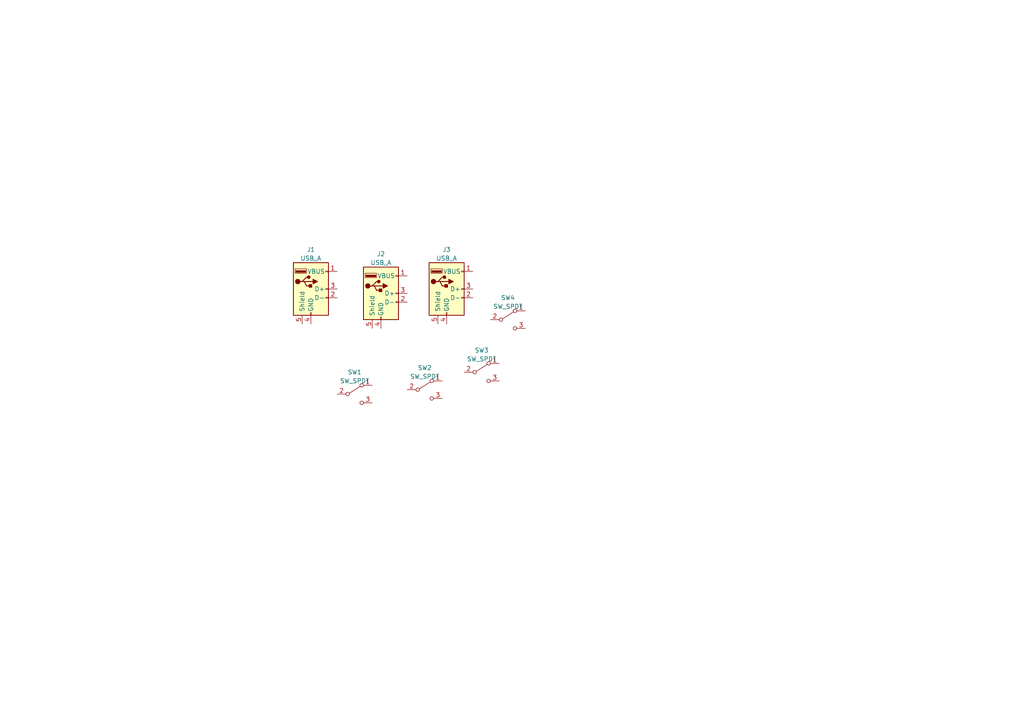
<source format=kicad_sch>
(kicad_sch (version 20230121) (generator eeschema)
  (paper "A4")
  (lib_symbols
    (symbol "Connector:USB_A" (pin_names (offset 1.016))
      (property "Reference" "J" (at -5.08 11.43 0))
      (property "Value" "USB_A" (at -5.08 8.89 0))
      (symbol "USB_A_0_1"
        (rectangle (start -5.08 -7.62) (end 5.08 7.62) (stroke (width 0.254)) (fill (type background)))
        (circle (center -3.81 2.159) (radius 0.635) (stroke (width 0.254)) (fill (type outline)))
        (rectangle (start -1.524 4.826) (end -4.318 5.334) (fill (type outline)))
        (rectangle (start -1.27 4.572) (end -4.572 5.842))
        (circle (center -0.635 3.429) (radius 0.381) (stroke (width 0.254)) (fill (type outline)))
        (rectangle (start -0.127 -7.62) (end 0.127 -6.858))
        (polyline (pts (xy -3.175 2.159) (xy -2.54 2.159) (xy -1.27 3.429) (xy -0.635 3.429)) (stroke (width 0.254)))
        (polyline (pts (xy -2.54 2.159) (xy -1.905 2.159) (xy -1.27 0.889) (xy 0 0.889)) (stroke (width 0.254)))
        (polyline (pts (xy 0.635 2.794) (xy 0.635 1.524) (xy 1.905 2.159) (xy 0.635 2.794)) (stroke (width 0.254)) (fill (type outline)))
        (rectangle (start 0.254 1.27) (end -0.508 0.508) (stroke (width 0.254)) (fill (type outline)))
        (rectangle (start 5.08 -2.667) (end 4.318 -2.413))
        (rectangle (start 5.08 -0.127) (end 4.318 0.127))
        (rectangle (start 5.08 4.953) (end 4.318 5.207))
      )
      (symbol "USB_A_1_1"
        (polyline (pts (xy -1.905 2.159) (xy 0.635 2.159)) (stroke (width 0.254)))
        (pin power_in line (at 7.62 5.08 180) (length 2.54) (name "VBUS") (number "1"))
        (pin bidirectional line (at 7.62 -2.54 180) (length 2.54) (name "D-") (number "2"))
        (pin bidirectional line (at 7.62 0 180) (length 2.54) (name "D+") (number "3"))
        (pin power_in line (at 0 -10.16 90) (length 2.54) (name "GND") (number "4"))
        (pin passive line (at -2.54 -10.16 90) (length 2.54) (name "Shield") (number "5"))
      )
    )
    (symbol "Switch:SW_SPDT" (pin_names (offset 0) hide)
      (property "Reference" "SW" (at 0 4.318 0))
      (property "Value" "SW_SPDT" (at 0 -5.08 0))
      (symbol "SW_SPDT_0_0"
        (circle (center -2.032 0) (radius 0.508))
        (circle (center 2.032 -2.54) (radius 0.508))
      )
      (symbol "SW_SPDT_0_1"
        (polyline (pts (xy -1.524 0.254) (xy 1.651 2.286)))
        (circle (center 2.032 2.54) (radius 0.508))
      )
      (symbol "SW_SPDT_1_1"
        (pin passive line (at 5.08 2.54 180) (length 2.54) (name "A") (number "1"))
        (pin passive line (at -5.08 0 0) (length 2.54) (name "B") (number "2"))
        (pin passive line (at 5.08 -2.54 180) (length 2.54) (name "C") (number "3"))
      )
    )
  )
  (symbol (lib_id "Switch:SW_SPDT") (at 102.87 114.3 0) (unit 1)
    (property "Reference" "SW1" (at 102.87 107.95 0))
    (property "Value" "SW_SPDT" (at 102.87 110.49 0))
    (property "Footprint" "Connector_USB:USB_A_CONNFLY_DS1095-WNR0" (effects hide))
  )
  (symbol (lib_id "Switch:SW_SPDT") (at 139.7 107.95 0) (unit 1)
    (property "Reference" "SW3" (at 139.7 101.6 0))
    (property "Value" "SW_SPDT" (at 139.7 104.14 0))
    (property "Footprint" "Connector_USB:USB_A_CONNFLY_DS1095-WNR0" (effects hide))
  )
  (symbol (lib_id "Switch:SW_SPDT") (at 147.32 92.71 0) (unit 1)
    (property "Reference" "SW4" (at 147.32 86.36 0))
    (property "Value" "SW_SPDT" (at 147.32 88.9 0))
    (property "Footprint" "Connector_USB:USB_A_CONNFLY_DS1095-WNR0" (effects hide))
  )
  (symbol (lib_id "Connector:USB_A") (at 90.17 83.82 0) (unit 1)
    (property "Reference" "J1" (at 90.17 72.39 0))
    (property "Value" "USB_A" (at 90.17 74.93 0))
    (property "Footprint" "Connector_USB:USB_A_CONNFLY_DS1095-WNR0" (effects hide))
    (property "Datasheet" " ~" (effects hide))
  )
  (symbol (lib_id "Switch:SW_SPDT") (at 123.19 113.03 0) (unit 1)
    (property "Reference" "SW2" (at 123.19 106.68 0))
    (property "Value" "SW_SPDT" (at 123.19 109.22 0))
    (property "Footprint" "Connector_USB:USB_A_CONNFLY_DS1095-WNR0" (effects hide))
  )
  (symbol (lib_id "Connector:USB_A") (at 110.49 85.09 0) (unit 1)
    (property "Reference" "J2" (at 110.49 73.66 0))
    (property "Value" "USB_A" (at 110.49 76.2 0))
    (property "Footprint" "Connector_USB:USB_A_CONNFLY_DS1095-WNR0" (effects hide))
    (property "Datasheet" " ~" (effects hide))
  )
  (symbol (lib_id "Connector:USB_A") (at 129.54 83.82 0) (unit 1)
    (property "Reference" "J3" (at 129.54 72.39 0))
    (property "Value" "USB_A" (at 129.54 74.93 0))
    (property "Footprint" "Connector_USB:USB_A_CONNFLY_DS1095-WNR0" (effects hide))
    (property "Datasheet" " ~" (effects hide))
  )
)
</source>
